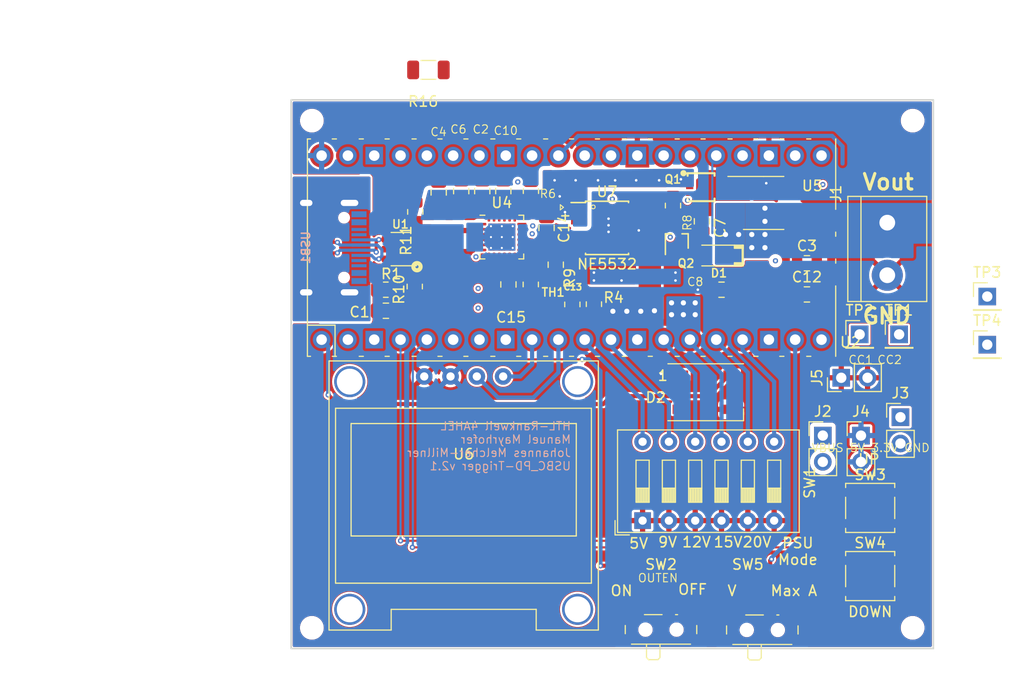
<source format=kicad_pcb>
(kicad_pcb (version 20221018) (generator pcbnew)
  (layers (0 "F.Cu" signal) (31 "B.Cu" signal) (34 "B.Paste" user) (35 "F.Paste" user) (36 "B.SilkS" user "B.Silkscreen") (37 "F.SilkS" user "F.Silkscreen") (38 "B.Mask" user) (39 "F.Mask" user) (44 "Edge.Cuts" user))
  (net 0 "")
  (net 1 "GND")
  (net 2 "/SHIELD")
  (net 3 "/D_P")
  (net 4 "/D_N")
  (net 5 "+5V")
  (net 6 "VBUS")
  (net 7 "ENOUT")
  (net 8 "SDA")
  (net 9 "SCL")
  (net 11 "Net-(D2-DIN)")
  (net 12 "Net-(Q1-G)")
  (net 13 "Net-(Q2-C)")
  (net 14 "Net-(U4-V3VD)")
  (net 15 "Net-(U4-V5V)")
  (net 16 "Net-(SW2A-B)")
  (net 17 "Net-(U2-GPIO2)")
  (net 18 "Net-(U2-GPIO3)")
  (net 19 "Net-(SW5A-B)")
  (net 20 "ENPSU")
  (net 21 "EN20V")
  (net 22 "EN15V")
  (net 23 "EN12V")
  (net 24 "EN9V")
  (net 25 "EN5V")
  (net 26 "INT_N")
  (net 28 "Net-(U4-IFB)")
  (net 32 "unconnected-(U2-GPIO19-Pad25)")
  (net 36 "ADC0")
  (net 43 "/HALL_IN")
  (net 47 "+3.3V")
  (net 48 "CC2")
  (net 49 "CC1")
  (net 50 "OUT")
  (net 51 "VDD")
  (net 52 "Net-(U4-OTP)")
  (footprint "Capacitor_SMD:C_0805_2012Metric" (layer "F.Cu") (at 195.974 104.826 -90)
    (fp_text reference "C15")
    (fp_text value "100nF")
  )
  (footprint "Connector_PinHeader_2.54mm:PinHeader_1x01_P2.54mm_Vertical" (layer "F.Cu") (at 233.693 109.652)
    (fp_text reference "TP1")
    (fp_text value "TestPoint")
  )
  (footprint "LED_SMD:LED_WS2812B_PLCC4_5.0x5.0mm_P3.2mm" (layer "F.Cu") (at 215.024 115.24)
    (fp_text reference "D2")
    (fp_text value "WS2812B")
  )
  (footprint "-Discrete:D_SOD-123" (layer "F.Cu") (at 216.294 102.032 180)
    (fp_text reference "D1")
    (fp_text value "SMF22A")
  )
  (footprint "Capacitor_SMD:C_0805_2012Metric" (layer "F.Cu") (at 189.243 95.936 90)
    (fp_text reference "C4")
    (fp_text value "1uF 50V")
  )
  (footprint "-Chip:SOT-23-6" (layer "F.Cu") (at 185.5475 101.4115)
    (fp_text reference "U1")
    (fp_text value "SRV05-4")
  )
  (footprint "Connector_PinHeader_2.54mm:PinHeader_1x02_P2.54mm_Vertical" (layer "F.Cu") (at 228.105 113.843 90)
    (fp_text reference "J5")
    (fp_text value "Conn_01x02")
  )
  (footprint "Button_Switch_THT:SW_DIP_SPSTx06_Slide_9.78x17.42mm_W7.62mm_P2.54mm" (layer "F.Cu") (at 208.928 127.6435 90)
    (fp_text reference "SW1")
    (fp_text value "SW_DIP_x06")
  )
  (footprint "-Hole:D1_8_PAD" (layer "F.Cu") (at 235 138)
    (fp_text reference "H4" hide)
    (fp_text value "MountingHole")
  )
  (footprint "Capacitor_SMD:C_0805_2012Metric" (layer "F.Cu") (at 191.416 95.809 90)
    (fp_text reference "C6")
    (fp_text value "1uF 50V")
  )
  (footprint "Capacitor_SMD:C_0805_2012Metric" (layer "F.Cu") (at 224.7928 105.7912)
    (fp_text reference "C12")
    (fp_text value "10u")
  )
  (footprint "Connector_PinHeader_2.54mm:PinHeader_1x02_P2.54mm_Vertical" (layer "F.Cu") (at 226.327 119.426)
    (fp_text reference "J2")
    (fp_text value "Conn_01x02")
  )
  (footprint "Capacitor_SMD:C_1206_3216Metric" (layer "F.Cu") (at 188.2524 84.0996 180)
    (fp_text reference "R16")
    (fp_text value "10m")
  )
  (footprint "Capacitor_SMD:C_0805_2012Metric" (layer "F.Cu") (at 195.48 95.809 90)
    (fp_text reference "C10")
    (fp_text value "0.1uF")
  )
  (footprint "Capacitor_SMD:C_0805_2012Metric" (layer "F.Cu") (at 224.7928 102.7812)
    (fp_text reference "C3")
    (fp_text value "1uF")
  )
  (footprint "-Discrete:SOT-323_SC-70" (layer "F.Cu") (at 212.23 100.635 90)
    (fp_text reference "Q2")
    (fp_text value "DTC143E")
  )
  (footprint "-Hole:D1_8_PAD" (layer "F.Cu") (at 235 89)
    (fp_text reference "H2" hide)
    (fp_text value "MountingHole")
  )
  (footprint "Capacitor_SMD:C_0805_2012Metric" (layer "F.Cu") (at 200.546 102.921 -90)
    (fp_text reference "C13")
    (fp_text value "100nF")
  )
  (footprint "PCM_4ms_Package_SOIC:SOIC-8-1EP_3.9x4.9mm_Pitch1.27mm" (layer "F.Cu") (at 205.4957 99.365)
    (fp_text reference "U7")
    (fp_text value "NE5532")
  )
  (footprint "Connector_PinHeader_2.54mm:PinHeader_1x01_P2.54mm_Vertical" (layer "F.Cu") (at 242.202 105.9944)
    (fp_text reference "TP3")
    (fp_text value "TestPoint")
  )
  (footprint "Package_DFN_QFN:WQFN-24-1EP_4x4mm_P0.5mm_EP2.6x2.6mm_ThermalVias" (layer "F.Cu") (at 195.339 100.25)
    (fp_text reference "U4")
    (fp_text value "~")
  )
  (footprint "Resistor_SMD:R_0805_2012Metric" (layer "F.Cu") (at 202.1462 106.7564 -90)
    (fp_text reference "R9")
    (fp_text value "5.1k")
  )
  (footprint "Capacitor_SMD:C_0805_2012Metric" (layer "F.Cu") (at 193.448 95.809 90)
    (fp_text reference "C2")
    (fp_text value "1uF 50V")
  )
  (footprint "Capacitor_SMD:C_0805_2012Metric" (layer "F.Cu") (at 184.1471 107.366)
    (fp_text reference "C1")
    (fp_text value "10nF")
  )
  (footprint "Capacitor_SMD:C_0805_2012Metric" (layer "F.Cu") (at 214.657 98.73 -90)
    (fp_text reference "C7")
    (fp_text value "1uF 50V")
  )
  (footprint "Resistor_SMD:R_0805_2012Metric" (layer "F.Cu") (at 204.229 106.731 -90)
    (fp_text reference "R4")
    (fp_text value "5.1k")
  )
  (footprint "Capacitor_SMD:C_0805_2012Metric" (layer "F.Cu") (at 216.548 105.334)
    (fp_text reference "C8")
    (fp_text value "10uF")
  )
  (footprint "Button_Switch_SMD:SW_SPDT_PCM12" (layer "F.Cu") (at 220.485 137.879)
    (fp_text reference "SW5")
    (fp_text value "SW_DPST_x2")
  )
  (footprint "Connector_PinHeader_2.54mm:PinHeader_1x01_P2.54mm_Vertical" (layer "F.Cu") (at 229.883 109.652)
    (fp_text reference "TP2")
    (fp_text value "TestPoint")
  )
  (footprint "Resistor_SMD:R_0805_2012Metric" (layer "F.Cu") (at 198.147 95.809 90)
    (fp_text reference "R6")
    (fp_text value "10k")
  )
  (footprint "Package_SO:SOIC-8_3.9x4.9mm_P1.27mm" (layer "F.Cu") (at 220.612 96.952)
    (fp_text reference "U5")
    (fp_text value "ACS723xLCTR-10AB")
  )
  (footprint "Resistor_SMD:R_0805_2012Metric" (layer "F.Cu") (at 184.1376 105.334)
    (fp_text reference "R1")
    (fp_text value "10k")
  )
  (footprint "Button_Switch_SMD:SW_SPST_TL3305B" (layer "F.Cu") (at 230.899 126.416)
    (fp_text reference "SW3")
    (fp_text value "SW_Push")
  )
  (footprint "Resistor_SMD:R_0805_2012Metric" (layer "F.Cu") (at 186.9824 97.8156 90)
    (fp_text reference "R11")
    (fp_text value "5.1k")
  )
  (footprint "Resistor_SMD:R_0805_2012Metric" (layer "F.Cu") (at 198.133 104.826 -90)
    (fp_text reference "TH1")
    (fp_text value "NTC-10k")
  )
  (footprint "-Hole:D1_8_PAD" (layer "F.Cu") (at 177 89)
    (fp_text reference "H1" hide)
    (fp_text value "MountingHole")
  )
  (footprint "-Hole:D1_8_PAD" (layer "F.Cu") (at 177 138)
    (fp_text reference "H3" hide)
    (fp_text value "MountingHole")
  )
  (footprint "Resistor_SMD:R_0805_2012Metric" (layer "F.Cu") (at 211.863 97.206 -90)
    (fp_text reference "R8")
    (fp_text value "1k")
  )
  (footprint "MCU_RaspberryPi_and_Boards:RPi_Pico_SMD_TH" (layer "F.Cu") (at 202.07 101.27 90)
    (fp_text reference "U2")
    (fp_text value "Pico")
  )
  (footprint "Button_Switch_SMD:SW_SPDT_PCM12" (layer "F.Cu") (at 210.706 137.846)
    (fp_text reference "SW2")
    (fp_text value "SW_DPST_x2")
  )
  (footprint "Capacitor_SMD:C_0805_2012Metric" (layer "F.Cu") (at 199.657 99.365 -90)
    (fp_text reference "C14")
    (fp_text value "1uF")
  )
  (footprint "Resistor_SMD:R_0805_2012Metric" (layer "F.Cu") (at 186.9316 105.0292 -90)
    (fp_text reference "R10")
    (fp_text value "5.1k")
  )
  (footprint "Button_Switch_SMD:SW_SPST_TL3305B" (layer "F.Cu") (at 230.899 133)
    (fp_text reference "SW4")
    (fp_text value "SW_Push")
  )
  (footprint "-Chip:DFN-2523-6" (layer "F.Cu") (at 214.574 95.428)
    (fp_text reference "Q1")
    (fp_text value "DMP3017SFK" hide)
  )
  (footprint "Connector_PinHeader_2.54mm:PinHeader_1x02_P2.54mm_Vertical" (layer "F.Cu") (at 233.82 117.653)
    (fp_text reference "J3")
    (fp_text value "Conn_01x02")
  )
  (footprint "Connector_PinHeader_2.54mm:PinHeader_1x01_P2.54mm_Vertical" (layer "F.Cu") (at 242.202 110.6444)
    (fp_text reference "TP4")
    (fp_text value "TestPoint")
  )
  (footprint "OLED094:SSD1306_0.96_Oled" (layer "F.Cu") (at 178.656 138.216)
    (fp_text reference "U6")
    (fp_text value "oledSym")
  )
  (footprint "Connector_PinHeader_2.54mm:PinHeader_1x02_P2.54mm_Vertical" (layer "F.Cu") (at 230.01 119.431)
    (fp_text reference "J4")
    (fp_text value "Conn_01x02")
  )
  (footprint "TerminalBlock:TerminalBlock_bornier-2_P5.08mm" (layer "F.Cu") (at 232.55 98.857 -90)
    (fp_text reference "J1")
    (fp_text value "Conn_01x02")
  )
  (footprint "-Connector:HRO-TYPE-C-31-M-12" (layer "B.Cu") (at 173.855 101.27 90)
    (fp_text reference "USB1")
    (fp_text value "HRO-TYPE-C-31-M-12")
  )
  (gr_poly (pts (xy 237 140) (xy 175 140) (xy 175 110) (xy 175 109.504) (xy 175 94.264) (xy 175 93.264) (xy 175 87) (xy 237 87)) (stroke (width 0.15)) (fill none) (layer "Edge.Cuts"))
  (gr_text "HTL-Rankweil 4AHEL\nManuel Mayrhofer\nJohannes Melcher-Millner\nUSBC_PD-Trigger v2.1\n\n" (at 202.07 124.13) (layer "B.SilkS") (effects (font (size 0.8 0.8) (thickness 0.1)) (justify left bottom mirror)))
  (gr_text "VBUS 5V 3.3V GND" (at 225.184 121.082) (layer "F.SilkS") (effects (font (size 0.8 0.8) (thickness 0.1)) (justify left bottom)))
  (gr_text "15V" (at 217.183 129.718) (layer "F.SilkS") (effects (font (size 1 1))))
  (gr_text "OUTEN" (at 208.42 133.655) (layer "F.SilkS") (effects (font (size 0.8 0.8) (thickness 0.1)) (justify left bottom)))
  (gr_text "UP" (at 230.772 121.717) (layer "F.SilkS") (effects (font (size 1 1))))
  (gr_text "PSU\nMode" (at 223.914 130.607) (layer "F.SilkS") (effects (font (size 1 1))))
  (gr_text "12V" (at 214.135 129.718) (layer "F.SilkS") (effects (font (size 1 1))))
  (gr_text "9V" (at 211.341 129.718) (layer "F.SilkS") (effects (font (size 1 1))))
  (gr_text "5V" (at 208.547 129.845) (layer "F.SilkS") (effects (font (size 1 1))))
  (gr_text "20V" (at 219.977 129.718) (layer "F.SilkS") (effects (font (size 1 1))))
  (gr_text "Vout" (at 230.01 95.809) (layer "F.SilkS") (effects (font (size 1.5 1.5) (thickness 0.3) bold) (justify left bottom)))
  (gr_text "CC2" (at 231.534 112.573) (layer "F.SilkS") (effects (font (size 0.8 0.8) (thickness 0.1)) (justify left bottom)))
  (gr_text "DOWN" (at 230.899 136.449) (layer "F.SilkS") (effects (font (size 1 1))))
  (gr_text "CC1" (at 228.74 112.573) (layer "F.SilkS") (effects (font (size 0.8 0.8) (thickness 0.1)) (justify left bottom)))
  (gr_text "OFF" (at 213.754 134.29) (layer "F.SilkS") (effects (font (size 1 1))))
  (gr_text "V" (at 217.564 134.417) (layer "F.SilkS") (effects (font (size 1 1))))
  (gr_text "Max A" (at 223.533 134.417) (layer "F.SilkS") (effects (font (size 1 1))))
  (gr_text "ON" (at 206.896 134.417) (layer "F.SilkS") (effects (font (size 1 1))))
  (gr_text "GND" (at 230.01 108.763) (layer "F.SilkS") (effects (font (size 1.5 1.5) (thickness 0.3) bold) (justify left bottom)))
  (via (at 206.007 96.571) (size 0.5) (drill 0.25) (layers "F.Cu" "B.Cu") (net 0))
  (via (at 212.103 104.445) (size 0.5) (drill 0.25) (layers "F.Cu" "B.Cu") (net 1))
  (via (at 211.722 106.604) (size 1) (drill 0.5) (layers "F.Cu" "B.Cu") (net 1))
  (via (at 212.103 103.683) (size 0.5) (drill 0.25) (layers "F.Cu" "B.Cu") (net 1))
  (via (at 214.008 106.604) (size 1) (drill 0.5) (layers "F.Cu" "B.Cu") (net 1))
  (via (at 204.229 103.683) (size 0.5) (drill 0.25) (layers "F.Cu" "B.Cu") (net 1))
  (via (at 211.722 107.747) (size 1) (drill 0.5) (layers "F.Cu" "B.Cu") (net 1))
  (via (at 204.229 104.445) (size 0.5) (drill 0.25) (layers "F.Cu" "B.Cu") (net 1))
  (via (at 212.865 107.747) (size 1) (drill 0.5) (layers "F.Cu" "B.Cu") (net 1))
  (via (at 212.865 106.604) (size 1) (drill 0.5) (layers "F.Cu" "B.Cu") (net 1))
  (via (at 214.008 107.747) (size 1) (drill 0.5) (layers "F.Cu" "B.Cu") (net 1))
  (via (at 206.896 104.445) (size 0.5) (drill 0.25) (layers "F.Cu" "B.Cu") (net 1))
  (segment (start 183.147 92.507) (end 183.02 92.38) (width 0.5) (layer "B.Cu") (net 1))
  (segment (start 184.3119 100.4971) (end 184.3475 100.4615) (width 0.3012) (layer "F.Cu") (net 3))
  (segment (start 183.4647 100.4971) (end 184.3119 100.4971) (width 0.3012) (layer "F.Cu") (net 3))
  (segment (start 178.498 101.778) (end 177.99 102.286) (width 0.3012) (layer "F.Cu") (net 3))
  (segment (start 183.209767 100.752033) (end 183.4647 100.4971) (width 0.3012) (layer "F.Cu") (net 3))
  (segment (start 183.209767 101.698655) (end 183.209767 100.752033) (width 0.3012) (layer "F.Cu") (net 3))
  (segment (start 179.464 101.778) (end 178.498 101.778) (width 0.3012) (layer "F.Cu") (net 3))
  (via (at 183.4647 100.4971) (size 0.5) (drill 0.25) (layers "F.Cu" "B.Cu") (net 3))
  (via (at 183.209767 101.698655) (size 0.5) (drill 0.25) (layers "F.Cu" "B.Cu") (net 3))
  (via (at 179.464 101.778) (size 0.5) (drill 0.25) (layers "F.Cu" "B.Cu") (net 3))
  (segment (start 183.031112 101.52) (end 181.55 101.52) (width 0.3012) (layer "B.Cu") (net 3))
  (segment (start 181.55 100.52) (end 183.4418 100.52) (width 0.3012) (layer "B.Cu") (net 3))
  (segment (start 183.209767 101.698655) (end 183.031112 101.52) (width 0.3012) (layer "B.Cu") (net 3))
  (segment (start 181.55 101.52) (end 179.722 101.52) (width 0.3012) (layer "B.Cu") (net 3))
  (segment (start 183.4418 100.52) (end 183.4647 100.4971) (width 0.3012) (layer "B.Cu") (net 3))
  (segment (start 179.722 101.52) (end 179.464 101.778) (width 0.3012) (layer "B.Cu") (net 3))
  (segment (start 179.464 100.762) (end 178.498 100.762) (width 0.3012) (layer "F.Cu") (net 4))
  (segment (start 183.463894 102.365915) (end 184.343085 102.365915) (width 0.3012) (layer "F.Cu") (net 4))
  (segment (start 184.343085 102.365915) (end 184.3475 102.3615) (width 0.3012) (layer "F.Cu") (net 4))
  (segment (start 178.498 100.762) (end 177.99 100.254) (width 0.3012) (layer "F.Cu") (net 4))
  (via (at 183.463894 102.365915) (size 0.5) (drill 0.25) (layers "F.Cu" "B.Cu") (net 4))
  (via (at 179.464 100.762) (size 0.5) (drill 0.25) (layers "F.Cu" "B.Cu") (net 4))
  (segment (start 183.759767 101.470837) (end 183.759767 102.070042) (width 0.3012) (layer "B.Cu") (net 4))
  (segment (start 179.722 101.02) (end 179.464 100.762) (width 0.3012) (layer "B.Cu") (net 4))
  (segment (start 182.754 102.02) (end 181.55 102.02) (width 0.3012) (layer "B.Cu") (net 4))
  (segment (start 181.55 101.02) (end 183.30893 101.02) (width 0.3012) (layer "B.Cu") (net 4))
  (segment (start 179.722 101.02) (end 181.55 101.02) (width 0.3012) (layer "B.Cu") (net 4))
  (segment (start 183.463894 102.365915) (end 183.099915 102.365915) (width 0.3012) (layer "B.Cu") (net 4))
  (segment (start 183.759767 102.070042) (end 183.463894 102.365915) (width 0.3012) (layer "B.Cu") (net 4))
  (segment (start 183.099915 102.365915) (end 182.754 102.02) (width 0.3012) (layer "B.Cu") (net 4))
  (segment (start 183.30893 101.02) (end 183.759767 101.470837) (width 0.3012) (layer "B.Cu") (net 4))
  (segment (start 210.834 113.59) (end 210.706 113.462) (width 0.25) (layer "F.Cu") (net 5))
  (segment (start 212.574 113.59) (end 210.834 113.59) (width 0.25) (layer "F.Cu") (net 5))
  (via (at 205.64 99.746) (size 0.5) (drill 0.25) (layers "F.Cu" "B.Cu") (net 5))
  (via (at 207.404 107.4168) (size 1) (drill 0.5) (layers "F.Cu" "B.Cu") (net 5))
  (via (at 220.866 95.047) (size 0.5) (drill 0.25) (layers "F.Cu" "B.Cu") (net 5))
  (via (at 205.64 98.476) (size 0.5) (drill 0.25) (layers "F.Cu" "B.Cu") (net 5))
  (via (at 210.071 107.366) (size 1) (drill 0.5) (layers "F.Cu" "B.Cu") (net 5))
  (via (at 206.0578 107.4168) (size 1) (drill 0.5) (layers "F.Cu" "B.Cu") (net 5))
  (via (at 214.262 105.334) (size 0.5) (drill 0.25) (layers "F.Cu" "B.Cu") (net 5))
  (via (at 205.64 99.111) (size 0.5) (drill 0.25) (layers "F.Cu" "B.Cu") (net 5))
  (via (at 210.706 113.462) (size 0.5) (drill 0.25) (layers "F.Cu" "B.Cu") (net 5))
  (via (at 208.560857 99.605143) (size 0.5) (drill 0.25) (layers "F.Cu" "B.Cu") (net 5))
  (via (at 208.7502 107.4168) (size 1) (drill 0.5) (layers "F.Cu" "B.Cu") (net 5))
  (via (at 201.435 97.841) (size 0.5) (drill 0.25) (layers "F.Cu" "B.Cu") (net 6))
  (via (at 200.433 94.7655) (size 0.5) (drill 0.25) (layers "F.Cu" "B.Cu") (net 6))
  (via (at 206.275 94.7655) (size 0.5) (drill 0.25) (layers "F.Cu" "B.Cu") (net 6))
  (via (at 221.755 102.5425) (size 0.5) (drill 0.25) (layers "F.Cu" "B.Cu") (net 6))
  (via (at 210.522642 94.7655) (size 0.5) (drill 0.25) (layers "F.Cu" "B.Cu") (net 6))
  (via (at 204.624 94.7655) (size 0.5) (drill 0.25) (layers "F.Cu" "B.Cu") (net 6))
  (via (at 212.625 94.666) (size 0.5) (drill 0.25) (layers "F.Cu" "B.Cu") (net 6))
  (via (at 202.465 94.7655) (size 0.5) (drill 0.25) (layers "F.Cu" "B.Cu") (net 6))
  (via (at 200.927 96.317) (size 0.5) (drill 0.25) (layers "F.Cu" "B.Cu") (net 6))
  (via (at 208.307 94.7655) (size 0.5) (drill 0.25) (layers "F.Cu" "B.Cu") (net 6))
  (via (at 211.595 100.254) (size 0.5) (drill 0.25) (layers "F.Cu" "B.Cu") (net 7))
  (segment (start 198.26 110.16) (end 198.26 108.6125) (width 0.2) (layer "F.Cu") (net 8))
  (segment (start 198.26 112.573) (end 198.26 110.16) (width 0.4) (layer "B.Cu") (net 8))
  (segment (start 195.466 113.716) (end 197.117 113.716) (width 0.4) (layer "B.Cu") (net 8))
  (segment (start 198.26 110.16) (end 198.26 109.652) (width 0.2) (layer "B.Cu") (net 8))
  (segment (start 197.117 113.716) (end 198.26 112.573) (width 0.4) (layer "B.Cu") (net 8))
  (segment (start 198.26 110.16) (end 197.625 110.16) (width 0.2) (layer "B.Cu") (net 8))
  (segment (start 200.8 110.16) (end 200.8 108.9135) (width 0.2) (layer "F.Cu") (net 9))
  (segment (start 198.387 115.748) (end 200.8 113.335) (width 0.4) (layer "B.Cu") (net 9))
  (segment (start 200.8 113.335) (end 200.8 110.16) (width 0.4) (layer "B.Cu") (net 9))
  (segment (start 192.926 113.716) (end 194.958 115.748) (width 0.4) (layer "B.Cu") (net 9))
  (segment (start 194.958 115.748) (end 198.387 115.748) (width 0.4) (layer "B.Cu") (net 9))
  (segment (start 179.464 116.383) (end 205.118 116.383) (width 0.4) (layer "F.Cu") (net 11))
  (segment (start 215.225 115.621) (end 217.474 113.372) (width 0.4) (layer "F.Cu") (net 11))
  (segment (start 205.118 116.383) (end 205.88 115.621) (width 0.4) (layer "F.Cu") (net 11))
  (segment (start 178.575 115.494) (end 179.464 116.383) (width 0.4) (layer "F.Cu") (net 11))
  (segment (start 205.88 115.621) (end 215.225 115.621) (width 0.4) (layer "F.Cu") (net 11))
  (via (at 178.575 115.494) (size 0.5) (drill 0.25) (layers "F.Cu" "B.Cu") (net 11))
  (segment (start 178.575 110.795) (end 177.94 110.16) (width 0.4) (layer "B.Cu") (net 11))
  (segment (start 178.575 115.494) (end 178.575 110.795) (width 0.4) (layer "B.Cu") (net 11))
  (via (at 213.26 96.698) (size 0.5) (drill 0.25) (layers "F.Cu" "B.Cu") (net 12))
  (via (at 196.877 94.92) (size 0.5) (drill 0.25) (layers "F.Cu" "B.Cu") (net 12))
  (segment (start 210.325 132.004) (end 211.456 133.135) (width 0.4) (layer "F.Cu") (net 16))
  (segment (start 204.864 132.004) (end 210.325 132.004) (width 0.4) (layer "F.Cu") (net 16))
  (segment (start 211.456 133.135) (end 211.456 136.703) (width 0.4) (layer "F.Cu") (net 16))
  (segment (start 203.086 112.065) (end 192.545 112.065) (width 0.2) (layer "F.Cu") (net 16))
  (segment (start 192.545 112.065) (end 190.64 110.16) (width 0.2) (layer "F.Cu") (net 16))
  (via (at 204.864 132.004) (size 0.5) (drill 0.25) (layers "F.Cu" "B.Cu") (net 16))
  (via (at 203.086 112.065) (size 0.5) (drill 0.25) (layers "F.Cu" "B.Cu") (net 16))
  (segment (start 204.864 132.004) (end 204.864 113.208) (width 0.4) (layer "B.Cu") (net 16))
  (segment (start 203.721 112.065) (end 203.086 112.065) (width 0.4) (layer "B.Cu") (net 16))
  (segment (start 204.864 113.208) (end 203.721 112.065) (width 0.4) (layer "B.Cu") (net 16))
  (segment (start 185.56 129.591) (end 225.531 129.591) (width 0.2) (layer "F.Cu") (net 17))
  (segment (start 227.206 127.916) (end 234.626 127.916) (width 0.2) (layer "F.Cu") (net 17))
  (segment (start 225.531 129.591) (end 227.206 127.916) (width 0.2) (layer "F.Cu") (net 17))
  (via (at 185.56 129.591) (size 0.5) (drill 0.25) (layers "F.Cu" "B.Cu") (net 17))
  (segment (start 185.56 129.591) (end 185.56 110.16) (width 0.2) (layer "B.Cu") (net 17))
  (segment (start 227.299 134.5) (end 234.499 134.5) (width 0.2) (layer "F.Cu") (net 18))
  (segment (start 227.299 134.5) (end 223.025 130.226) (width 0.2) (layer "F.Cu") (net 18))
  (segment (start 223.025 130.226) (end 186.703 130.226) (width 0.2) (layer "F.Cu") (net 18))
  (via (at 186.703 130.226) (size 0.5) (drill 0.25) (layers "F.Cu" "B.Cu") (net 18))
  (segment (start 186.74648 111.51352) (end 188.1 110.16) (width 0.2) (layer "B.Cu") (net 18))
  (segment (start 186.74648 130.18252) (end 186.74648 111.51352) (width 0.2) (layer "B.Cu") (net 18))
  (segment (start 186.74648 130.18252) (end 186.703 130.226) (width 0.2) (layer "B.Cu") (net 18))
  (segment (start 221.374 131.369) (end 221.247 131.496) (width 0.4) (layer "F.Cu") (net 19))
  (segment (start 221.247 131.496) (end 221.247 136.437) (width 0.4) (layer "F.Cu") (net 19))
  (via (at 221.374 131.369) (size 0.5) (drill 0.25) (layers "F.Cu" "B.Cu") (net 19))
  (segment (start 221.374 131.369) (end 221.374 131.242) (width 0.4) (layer "B.Cu") (net 19))
  (segment (start 221.374 131.242) (end 223.66 128.956) (width 0.4) (layer "B.Cu") (net 19))
  (segment (start 223.66 128.956) (end 223.66 110.16) (width 0.4) (layer "B.Cu") (net 19))
  (segment (start 218.58 111.176) (end 218.58 110.16) (width 0.4) (layer "B.Cu") (net 20))
  (segment (start 221.628 114.224) (end 218.58 111.176) (width 0.4) (layer "B.Cu") (net 20))
  (segment (start 221.628 120.0235) (end 221.628 114.224) (width 0.4) (layer "B.Cu") (net 20))
  (segment (start 219.088 120.0235) (end 219.088 113.335) (width 0.4) (layer "B.Cu") (net 21))
  (segment (start 219.088 113.335) (end 216.04 110.287) (width 0.4) (layer "B.Cu") (net 21))
  (segment (start 216.548 113.462) (end 213.119 110.033) (width 0.4) (layer "B.Cu") (net 22))
  (segment (start 216.548 120.0235) (end 216.548 113.462) (width 0.4) (layer "B.Cu") (net 22))
  (segment (start 214.008 120.0235) (end 214.008 113.462) (width 0.4) (layer "B.Cu") (net 23))
  (segment (start 214.008 113.462) (end 210.579 110.033) (width 0.4) (layer "B.Cu") (net 23))
  (via (at 192.8405 102.159) (size 0.5) (drill 0.25) (layers "F.Cu" "B.Cu") (net 24))
  (segment (start 211.468 120.0235) (end 211.468 116.383) (width 0.4) (layer "B.Cu") (net 24))
  (segment (start 211.468 116.383) (end 205.88 110.795) (width 0.4) (layer "B.Cu") (net 24))
  (segment (start 208.928 116.002) (end 203.34 110.414) (width 0.4) (layer "B.Cu") (net 25))
  (segment (start 208.928 120.0235) (end 208.928 116.002) (width 0.4) (layer "B.Cu") (net 25))
  (segment (start 215.659 99.873) (end 215.659 92.38) (width 0.2) (layer "B.Cu") (net 32))
  (via (at 226.327 95.174) (size 0.5) (drill 0.25) (layers "F.Cu" "B.Cu") (net 36))
  (segment (start 228.232 93.142) (end 228.232 91.491) (width 0.4) (layer "B.Cu") (net 36))
  (segment (start 202.705 90.475) (end 200.8 92.38) (width 0.4) (layer "B.Cu") (net 36))
  (segment (start 228.232 91.491) (end 227.216 90.475) (width 0.4) (layer "B.Cu") (net 36))
  (segment (start 227.216 90.475) (end 202.705 90.475) (width 0.4) (layer "B.Cu") (net 36))
  (via (at 193.053 107.112) (size 0.5) (drill 0.25) (layers "F.Cu" "B.Cu") (net 48))
  (via (at 198.27011 99.93169) (size 0.5) (drill 0.25) (layers "F.Cu" "B.Cu") (net 48))
  (via (at 198.320409 99.169522) (size 0.5) (drill 0.25) (layers "F.Cu" "B.Cu") (net 49))
  (via (at 193.053 105.207) (size 0.5) (drill 0.25) (layers "F.Cu" "B.Cu") (net 49))
  (via (at 219.469 101.27) (size 1) (drill 0.5) (layers "F.Cu" "B.Cu") (net 50))
  (via (at 219.469 100) (size 1) (drill 0.5) (layers "F.Cu" "B.Cu") (net 50))
  (via (at 220.739 97.46) (size 1) (drill 0.5) (layers "F.Cu" "B.Cu") (net 50))
  (via (at 220.739 98.73) (size 1) (drill 0.5) (layers "F.Cu" "B.Cu") (net 50))
  (via (at 220.739 101.27) (size 1) (drill 0.5) (layers "F.Cu" "B.Cu") (net 50))
  (via (at 220.739 100) (size 1) (drill 0.5) (layers "F.Cu" "B.Cu") (net 50))
  (via (at 218.199 100) (size 1) (drill 0.5) (layers "F.Cu" "B.Cu") (net 50))
  (via (at 216.929 100) (size 1) (drill 0.5) (layers "F.Cu" "B.Cu") (net 50))
  (zone (net 1) (net_name "GND") (layer "F.Cu") (connect_pads (clearance 0.2)) (min_thickness 0.254) (fill yes (thermal_gap 0.508) (thermal_bridge_width 0.508))
    (polygon (pts (xy 237 140) (xy 175 140) (xy 175.019 109.017) (xy 175.019 93.777) (xy 175.019 87) (xy 237 87)))
  )
  (zone (net 5) (net_name "+5V") (layer "F.Cu") (priority 1) (connect_pads yes (clearance 0.2)) (min_thickness 0.254) (fill yes (thermal_gap 0.508) (thermal_bridge_width 0.508) (smoothing chamfer))
    (polygon (pts (xy 205.64 95.682) (xy 210.212 95.682) (xy 210.212 98.095) (xy 210.72 98.095) (xy 210.706 104.953) (xy 210.706 108.255) (xy 209.055 108.382) (xy 203.2638 108.382) (xy 203.2638 105.08) (xy 208.547 105.08) (xy 208.547 101.016) (xy 204.243 101.016) (xy 204.243 97.333) (xy 204.243 95.682)))
  )
  (zone (net 43) (net_name "/HALL_IN") (layer "F.Cu") (priority 2) (connect_pads yes (clearance 0.2)) (min_thickness 0.254) (fill yes (thermal_gap 0.508) (thermal_bridge_width 0.508) (smoothing chamfer))
    (polygon (pts (xy 219.356 96.952) (xy 215.927 96.952) (xy 215.927 98.222) (xy 214.276 98.222) (xy 214.276 93.777) (xy 219.356 93.777)))
  )
  (zone (net 2) (net_name "/SHIELD") (layers "F&B.Cu") (priority 1) (connect_pads yes (clearance 0.2)) (min_thickness 0.254) (fill yes (thermal_gap 0.508) (thermal_bridge_width 0.508) (smoothing chamfer))
    (polygon (pts (xy 182.653 108.382) (xy 175.033 108.382) (xy 175.033 94.412) (xy 182.653 94.412)))
  )
  (zone (net 50) (net_name "OUT") (layers "F&B.Cu") (priority 5) (connect_pads yes (clearance 0.2)) (min_thickness 0.254) (fill yes (thermal_gap 0.508) (thermal_bridge_width 0.508) (smoothing chamfer))
    (polygon (pts (xy 215.927 96.952) (xy 221.628 96.952) (xy 221.628 102.286) (xy 218.58 102.286) (xy 218.58 102.921) (xy 215.913 102.921)))
  )
  (zone (net 6) (net_name "VBUS") (layers "F&B.Cu") (priority 2) (connect_pads yes (clearance 0.2)) (min_thickness 0.254) (fill yes (thermal_gap 0.508) (thermal_bridge_width 0.508) (smoothing chamfer))
    (polygon (pts (xy 211.214 93.65037) (xy 212.890349 93.65) (xy 213.881 93.65) (xy 213.881 95.428) (xy 203.608 95.428) (xy 203.594 98.476) (xy 203.594 99.238) (xy 202.197 99.238) (xy 202.197 98.603) (xy 196.99 98.603) (xy 187.465 98.603) (xy 188.227 95.682) (xy 199.29 95.682) (xy 199.287597 93.78774)))
  )
  (zone (net 1) (net_name "GND") (layer "B.Cu") (priority 3) (connect_pads (clearance 0.1)) (min_thickness 0.25) (fill yes (thermal_gap 0.5) (thermal_bridge_width 0.5))
    (polygon (pts (xy 194.577 98.857) (xy 191.91 98.857) (xy 191.91 101.651) (xy 194.577 101.651)))
  )
  (zone (net 1) (net_name "GND") (layer "B.Cu") (priority 4) (connect_pads yes (clearance 0.2)) (min_thickness 0.254) (fill yes (thermal_gap 0.508) (thermal_bridge_width 0.508))
    (polygon (pts (xy 211.214 105.969) (xy 214.516 105.969) (xy 214.516 111.303) (xy 211.214 111.303)))
  )
  (zone (net 50) (net_name "OUT") (layer "B.Cu") (priority 6) (connect_pads yes (clearance 0.2)) (min_thickness 0.254) (fill yes (thermal_gap 0.508) (thermal_bridge_width 0.508) (smoothing chamfer))
    (polygon (pts (xy 218.834 96.952) (xy 218.834 102.286) (xy 235.09 102.286) (xy 235.09 100.889) (xy 239.027 100.889) (xy 239.027 96.952)))
  )
  (zone (net 1) (net_name "GND") (layer "B.Cu") (priority 1) (connect_pads (clearance 0.1)) (min_thickness 0.25) (fill yes (thermal_gap 0.5) (thermal_bridge_width 0.5))
    (polygon (pts (xy 203.848 103.302) (xy 212.611 103.302) (xy 212.611 104.826) (xy 203.848 104.826)))
  )
  (zone (net 5) (net_name "+5V") (layer "B.Cu") (connect_pads (clearance 0.2)) (min_thickness 0.254) (fill yes (thermal_gap 0.508) (thermal_bridge_width 0.508))
    (polygon (pts (xy 237 140) (xy 175 140) (xy 175.019 109.017) (xy 175.019 93.777) (xy 175 87) (xy 237 87)))
  )
)
</source>
